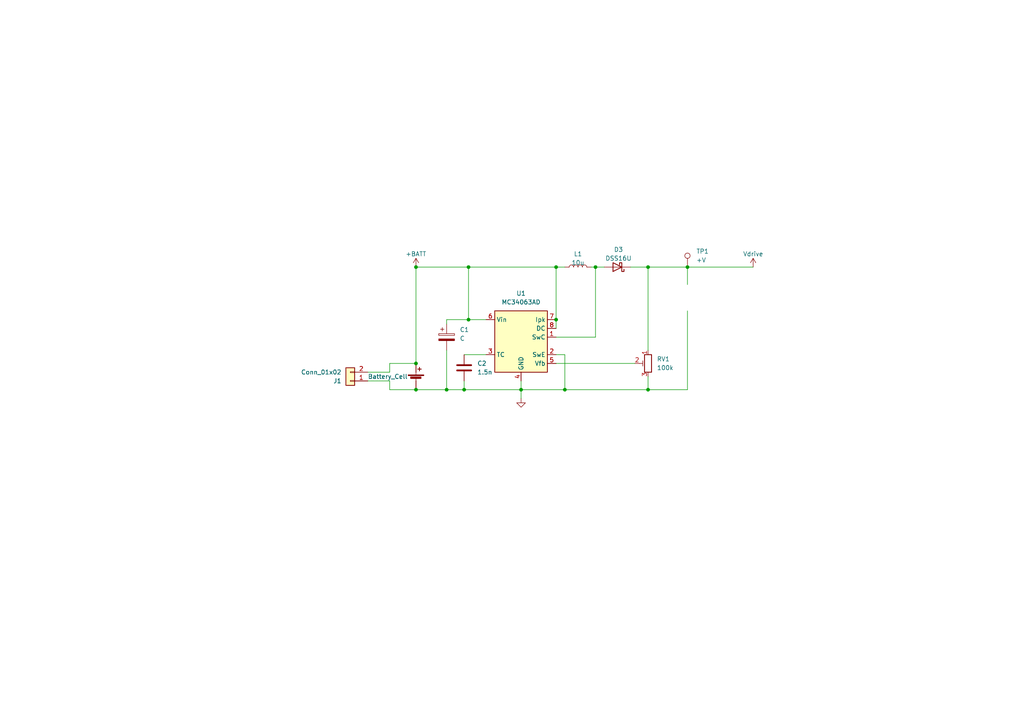
<source format=kicad_sch>
(kicad_sch (version 20230121) (generator eeschema)
  (paper "A4")
  (lib_symbols
    (symbol "Connector:TestPoint" (pin_numbers hide) (pin_names (offset 0.762) hide)
      (property "Reference" "TP" (at 0 6.858 0))
      (property "Value" "TestPoint" (at 0 5.08 0))
      (symbol "TestPoint_0_1"
        (circle (center 0 3.302) (radius 0.762))
      )
      (symbol "TestPoint_1_1"
        (pin passive line (at 0 0 90) (length 2.54) (name "1") (number "1"))
      )
    )
    (symbol "Connector_Generic:Conn_01x02" (pin_names (offset 1.016) hide)
      (property "Reference" "J" (at 0 2.54 0))
      (property "Value" "Conn_01x02" (at 0 -5.08 0))
      (symbol "Conn_01x02_1_1"
        (rectangle (start -1.27 -2.413) (end 0 -2.667) (stroke (width 0.1524)))
        (rectangle (start -1.27 0.127) (end 0 -0.127) (stroke (width 0.1524)))
        (rectangle (start -1.27 1.27) (end 1.27 -3.81) (stroke (width 0.254)) (fill (type background)))
        (pin passive line (at -5.08 0 0) (length 3.81) (name "Pin_1") (number "1"))
        (pin passive line (at -5.08 -2.54 0) (length 3.81) (name "Pin_2") (number "2"))
      )
    )
    (symbol "Device:Battery_Cell" (pin_numbers hide) (pin_names (offset 0) hide)
      (property "Reference" "BT" (at 2.54 2.54 0))
      (property "Value" "Battery_Cell" (at 2.54 0 0))
      (symbol "Battery_Cell_0_1"
        (rectangle (start -2.286 1.778) (end 2.286 1.524) (fill (type outline)))
        (rectangle (start -1.5748 1.1938) (end 1.4732 0.6858) (fill (type outline)))
        (polyline (pts (xy 0 0.762) (xy 0 0)))
        (polyline (pts (xy 0 1.778) (xy 0 2.54)))
        (polyline (pts (xy 0.508 3.429) (xy 1.524 3.429)) (stroke (width 0.254)))
        (polyline (pts (xy 1.016 3.937) (xy 1.016 2.921)) (stroke (width 0.254)))
      )
      (symbol "Battery_Cell_1_1"
        (pin passive line (at 0 5.08 270) (length 2.54) (name "+") (number "1"))
        (pin passive line (at 0 -2.54 90) (length 2.54) (name "-") (number "2"))
      )
    )
    (symbol "Device:C" (pin_numbers hide) (pin_names (offset 0.254))
      (property "Reference" "C" (at 0.635 2.54 0))
      (property "Value" "C" (at 0.635 -2.54 0))
      (symbol "C_0_1"
        (polyline (pts (xy -2.032 -0.762) (xy 2.032 -0.762)) (stroke (width 0.508)))
        (polyline (pts (xy -2.032 0.762) (xy 2.032 0.762)) (stroke (width 0.508)))
      )
      (symbol "C_1_1"
        (pin passive line (at 0 3.81 270) (length 2.794) (name "~") (number "1"))
        (pin passive line (at 0 -3.81 90) (length 2.794) (name "~") (number "2"))
      )
    )
    (symbol "Device:C_Polarized" (pin_numbers hide) (pin_names (offset 0.254))
      (property "Reference" "C" (at 0.635 2.54 0))
      (property "Value" "C_Polarized" (at 0.635 -2.54 0))
      (symbol "C_Polarized_0_1"
        (rectangle (start -2.286 0.508) (end 2.286 1.016))
        (polyline (pts (xy -1.778 2.286) (xy -0.762 2.286)))
        (polyline (pts (xy -1.27 2.794) (xy -1.27 1.778)))
        (rectangle (start 2.286 -0.508) (end -2.286 -1.016) (fill (type outline)))
      )
      (symbol "C_Polarized_1_1"
        (pin passive line (at 0 3.81 270) (length 2.794) (name "~") (number "1"))
        (pin passive line (at 0 -3.81 90) (length 2.794) (name "~") (number "2"))
      )
    )
    (symbol "Device:L" (pin_numbers hide) (pin_names (offset 1.016) hide)
      (property "Reference" "L" (at -1.27 0 90))
      (property "Value" "L" (at 1.905 0 90))
      (symbol "L_0_1"
        (arc (start 0 -2.54) (mid 0.6323 -1.905) (end 0 -1.27))
        (arc (start 0 -1.27) (mid 0.6323 -0.635) (end 0 0))
        (arc (start 0 0) (mid 0.6323 0.635) (end 0 1.27))
        (arc (start 0 1.27) (mid 0.6323 1.905) (end 0 2.54))
      )
      (symbol "L_1_1"
        (pin passive line (at 0 3.81 270) (length 1.27) (name "1") (number "1"))
        (pin passive line (at 0 -3.81 90) (length 1.27) (name "2") (number "2"))
      )
    )
    (symbol "Device:R_Potentiometer_Trim" (pin_names (offset 1.016) hide)
      (property "Reference" "RV" (at -4.445 0 90))
      (property "Value" "R_Potentiometer_Trim" (at -2.54 0 90))
      (symbol "R_Potentiometer_Trim_0_1"
        (polyline (pts (xy 1.524 0.762) (xy 1.524 -0.762)))
        (polyline (pts (xy 2.54 0) (xy 1.524 0)))
        (rectangle (start 1.016 2.54) (end -1.016 -2.54) (stroke (width 0.254)))
      )
      (symbol "R_Potentiometer_Trim_1_1"
        (pin passive line (at 0 3.81 270) (length 1.27) (name "1") (number "1"))
        (pin passive line (at 3.81 0 180) (length 1.27) (name "2") (number "2"))
        (pin passive line (at 0 -3.81 90) (length 1.27) (name "3") (number "3"))
      )
    )
    (symbol "Diode:B120-E3" (pin_numbers hide) (pin_names hide)
      (property "Reference" "D" (at 0 2.54 0))
      (property "Value" "B120-E3" (at 0 -2.54 0))
      (symbol "B120-E3_0_1"
        (polyline (pts (xy 1.27 0) (xy -1.27 0)))
        (polyline (pts (xy 1.27 1.27) (xy 1.27 -1.27) (xy -1.27 0) (xy 1.27 1.27)) (stroke (width 0.254)))
        (polyline (pts (xy -1.905 0.635) (xy -1.905 1.27) (xy -1.27 1.27) (xy -1.27 -1.27) (xy -0.635 -1.27) (xy -0.635 -0.635)) (stroke (width 0.254)))
      )
      (symbol "B120-E3_1_1"
        (pin passive line (at -3.81 0 0) (length 2.54) (name "K") (number "1"))
        (pin passive line (at 3.81 0 180) (length 2.54) (name "A") (number "2"))
      )
    )
    (symbol "Regulator_Switching:MC34063AD"
      (property "Reference" "U" (at -7.62 8.89 0))
      (property "Value" "MC34063AD" (at 0 8.89 0))
      (symbol "MC34063AD_0_1"
        (rectangle (start -7.62 7.62) (end 7.62 -10.16) (stroke (width 0.254)) (fill (type background)))
      )
      (symbol "MC34063AD_1_1"
        (pin open_collector line (at 10.16 0 180) (length 2.54) (name "SwC") (number "1"))
        (pin open_emitter line (at 10.16 -5.08 180) (length 2.54) (name "SwE") (number "2"))
        (pin passive line (at -10.16 -5.08 0) (length 2.54) (name "TC") (number "3"))
        (pin power_in line (at 0 -12.7 90) (length 2.54) (name "GND") (number "4"))
        (pin input line (at 10.16 -7.62 180) (length 2.54) (name "Vfb") (number "5"))
        (pin power_in line (at -10.16 5.08 0) (length 2.54) (name "Vin") (number "6"))
        (pin input line (at 10.16 5.08 180) (length 2.54) (name "Ipk") (number "7"))
        (pin open_collector line (at 10.16 2.54 180) (length 2.54) (name "DC") (number "8"))
      )
    )
    (symbol "power:+BATT" (power) (pin_names (offset 0))
      (property "Value" "+BATT" (at 0 3.556 0))
      (symbol "+BATT_0_1"
        (polyline (pts (xy -0.762 1.27) (xy 0 2.54)))
        (polyline (pts (xy 0 0) (xy 0 2.54)))
        (polyline (pts (xy 0 2.54) (xy 0.762 1.27)))
      )
      (symbol "+BATT_1_1"
        (pin power_in line (at 0 0 90) (length 0) hide (name "+BATT") (number "1"))
      )
    )
    (symbol "power:GND" (power) (pin_names (offset 0))
      (property "Value" "GND" (at 0 -3.81 0))
      (symbol "GND_0_1"
        (polyline (pts (xy 0 0) (xy 0 -1.27) (xy 1.27 -1.27) (xy 0 -2.54) (xy -1.27 -1.27) (xy 0 -1.27)))
      )
      (symbol "GND_1_1"
        (pin power_in line (at 0 0 270) (length 0) hide (name "GND") (number "1"))
      )
    )
    (symbol "power:Vdrive" (power) (pin_names (offset 0))
      (property "Value" "Vdrive" (at 0 3.81 0))
      (symbol "Vdrive_0_1"
        (polyline (pts (xy -0.762 1.27) (xy 0 2.54)))
        (polyline (pts (xy 0 0) (xy 0 2.54)))
        (polyline (pts (xy 0 2.54) (xy 0.762 1.27)))
      )
      (symbol "Vdrive_1_1"
        (pin power_in line (at 0 0 90) (length 0) hide (name "Vdrive") (number "1"))
      )
    )
  )
  (junction (at 172.72 77.47))
  (junction (at 187.96 113.03))
  (junction (at 187.96 77.47))
  (junction (at 134.62 113.03))
  (junction (at 161.29 92.71))
  (junction (at 120.65 105.41))
  (junction (at 199.39 77.47))
  (junction (at 151.13 113.03))
  (junction (at 135.89 77.47))
  (junction (at 120.65 77.47))
  (junction (at 163.83 113.03))
  (junction (at 161.29 77.47))
  (junction (at 135.89 92.71))
  (junction (at 120.65 113.03))
  (junction (at 129.54 113.03))
  (wire (pts (xy 106.68 107.95) (xy 113.03 107.95)))
  (wire (pts (xy 172.72 77.47) (xy 175.26 77.47)))
  (wire (pts (xy 129.54 101.6) (xy 129.54 113.03)))
  (wire (pts (xy 106.68 110.49) (xy 113.03 110.49)))
  (wire (pts (xy 129.54 92.71) (xy 135.89 92.71)))
  (wire (pts (xy 113.03 113.03) (xy 120.65 113.03)))
  (wire (pts (xy 135.89 77.47) (xy 135.89 92.71)))
  (wire (pts (xy 161.29 105.41) (xy 184.15 105.41)))
  (wire (pts (xy 187.96 77.47) (xy 199.39 77.47)))
  (wire (pts (xy 134.62 110.49) (xy 134.62 113.03)))
  (wire (pts (xy 120.65 113.03) (xy 129.54 113.03)))
  (wire (pts (xy 163.83 102.87) (xy 163.83 113.03)))
  (wire (pts (xy 113.03 105.41) (xy 120.65 105.41)))
  (wire (pts (xy 134.62 102.87) (xy 140.97 102.87)))
  (wire (pts (xy 187.96 113.03) (xy 199.39 113.03)))
  (wire (pts (xy 120.65 77.47) (xy 120.65 105.41)))
  (wire (pts (xy 161.29 102.87) (xy 163.83 102.87)))
  (wire (pts (xy 161.29 77.47) (xy 163.83 77.47)))
  (wire (pts (xy 163.83 113.03) (xy 187.96 113.03)))
  (wire (pts (xy 151.13 110.49) (xy 151.13 113.03)))
  (wire (pts (xy 199.39 77.47) (xy 218.44 77.47)))
  (wire (pts (xy 129.54 93.98) (xy 129.54 92.71)))
  (wire (pts (xy 187.96 109.22) (xy 187.96 113.03)))
  (wire (pts (xy 161.29 77.47) (xy 161.29 92.71)))
  (wire (pts (xy 140.97 92.71) (xy 135.89 92.71)))
  (wire (pts (xy 182.88 77.47) (xy 187.96 77.47)))
  (wire (pts (xy 113.03 107.95) (xy 113.03 105.41)))
  (wire (pts (xy 134.62 113.03) (xy 151.13 113.03)))
  (wire (pts (xy 199.39 90.17) (xy 199.39 113.03)))
  (wire (pts (xy 135.89 77.47) (xy 161.29 77.47)))
  (wire (pts (xy 199.39 77.47) (xy 199.39 82.55)))
  (wire (pts (xy 129.54 113.03) (xy 134.62 113.03)))
  (wire (pts (xy 172.72 97.79) (xy 161.29 97.79)))
  (wire (pts (xy 161.29 92.71) (xy 161.29 95.25)))
  (wire (pts (xy 113.03 110.49) (xy 113.03 113.03)))
  (wire (pts (xy 151.13 113.03) (xy 151.13 115.57)))
  (wire (pts (xy 120.65 77.47) (xy 135.89 77.47)))
  (wire (pts (xy 172.72 77.47) (xy 172.72 97.79)))
  (wire (pts (xy 171.45 77.47) (xy 172.72 77.47)))
  (wire (pts (xy 187.96 77.47) (xy 187.96 101.6)))
  (wire (pts (xy 163.83 113.03) (xy 151.13 113.03)))
  (symbol (lib_id "Regulator_Switching:MC34063AD") (at 151.13 97.79 0) (unit 1)
    (property "Reference" "U1" (at 151.13 85.09 0))
    (property "Value" "MC34063AD" (at 151.13 87.63 0))
    (property "Footprint" "Package_SO:SOIC-8_3.9x4.9mm_P1.27mm" (effects hide))
    (property "Datasheet" "http://www.onsemi.com/pub_link/Collateral/MC34063A-D.PDF" (effects hide))
    (property "Sim.Enable" "0" (effects hide))
  )
  (symbol (lib_id "Device:R_Potentiometer_Trim") (at 187.96 105.41 0) (mirror y) (unit 1)
    (property "Reference" "RV1" (at 190.5 104.14 0) (effects (justify right)))
    (property "Value" "100k" (at 190.5 106.68 0) (effects (justify right)))
    (property "Footprint" "Potentiometer_SMD:Potentiometer_Bourns_3314J_Vertical" (effects hide))
  )
  (symbol (lib_id "Device:Battery_Cell") (at 120.65 110.49 0) (unit 1) (in_bom no) (on_board no)
    (property "Reference" "BT1" (effects hide))
    (property "Value" "Battery_Cell" (at 106.68 109.22 0) (effects (justify left)))
    (property "Footprint" "Connector_PinHeader_2.54mm:PinHeader_1x02_P2.54mm_Vertical" (effects hide))
  )
  (symbol (lib_id "Device:C") (at 134.62 106.68 0) (unit 1)
    (property "Reference" "C2" (at 138.43 105.41 0) (effects (justify left)))
    (property "Value" "1.5n" (at 138.43 107.95 0) (effects (justify left)))
    (property "Footprint" "Capacitor_SMD:C_0603_1608Metric" (effects hide))
  )
  (symbol (lib_id "Diode:B120-E3") (at 179.07 77.47 180) (unit 1)
    (property "Reference" "D3" (at 179.3875 72.39 0))
    (property "Value" "DSS16U" (at 179.3875 74.93 0))
    (property "Footprint" "Diode_SMD:D_SOD-123" (effects hide))
    (property "Datasheet" "http://www.vishay.com/docs/88946/b120.pdf" (effects hide))
  )
  (symbol (lib_id "Connector:TestPoint") (at 199.39 77.47 0) (unit 1)
    (property "Reference" "TP1" (at 201.93 72.898 0) (effects (justify left)))
    (property "Value" "+V" (at 201.93 75.438 0) (effects (justify left)))
    (property "Footprint" "TestPoint:TestPoint_Pad_D1.0mm" (effects hide))
  )
  (symbol (lib_id "Device:C_Polarized") (at 129.54 97.79 0) (unit 1)
    (property "Reference" "C1" (at 133.35 95.631 0) (effects (justify left)))
    (property "Value" "C" (at 133.35 98.171 0) (effects (justify left)))
    (property "Footprint" "Capacitor_SMD:C_0603_1608Metric" (effects hide))
  )
  (symbol (lib_id "power:GND") (at 151.13 115.57 0) (unit 1)
    (property "Reference" "#PWR011" (effects hide))
    (property "Value" "GND" (effects hide))
    (instances (project "locator_beacon" (path "" (reference "#PWR011") (unit 1)) (path "" (reference "#PWR015") (unit 1))))
  )
  (symbol (lib_id "Connector_Generic:Conn_01x02") (at 101.6 110.49 180) (unit 1)
    (property "Reference" "J1" (at 99.06 110.49 0) (effects (justify left)))
    (property "Value" "Conn_01x02" (at 99.06 107.95 0) (effects (justify left)))
    (property "Footprint" "Connector_PinHeader_2.54mm:PinHeader_1x02_P2.54mm_Horizontal" (effects hide))
    (instances (project "locator_beacon" (path "" (reference "J1") (unit 1)) (path "" (reference "J2") (unit 1))))
  )
  (symbol (lib_id "power:+BATT") (at 120.65 77.47 0) (unit 1)
    (property "Reference" "#PWR017" (effects hide))
    (property "Value" "+BATT" (at 120.65 73.66 0))
  )
  (symbol (lib_id "power:Vdrive") (at 218.44 77.47 0) (unit 1)
    (property "Reference" "#PWR012" (effects hide))
    (property "Value" "Vdrive" (at 218.44 73.66 0))
  )
  (symbol (lib_id "Device:L") (at 167.64 77.47 90) (unit 1)
    (property "Reference" "L1" (at 167.64 73.66 90))
    (property "Value" "10u" (at 167.64 76.2 90))
    (property "Footprint" "Inductor_SMD:L_1210_3225Metric" (effects hide))
  )
)
</source>
